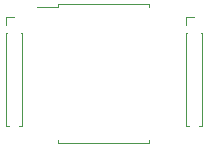
<source format=gbr>
%TF.GenerationSoftware,KiCad,Pcbnew,(5.1.9)-1*%
%TF.CreationDate,2021-09-05T15:15:44+02:00*%
%TF.ProjectId,SO-18-WIDE,534f2d31-382d-4574-9944-452e6b696361,rev?*%
%TF.SameCoordinates,Original*%
%TF.FileFunction,Legend,Top*%
%TF.FilePolarity,Positive*%
%FSLAX46Y46*%
G04 Gerber Fmt 4.6, Leading zero omitted, Abs format (unit mm)*
G04 Created by KiCad (PCBNEW (5.1.9)-1) date 2021-09-05 15:15:44*
%MOMM*%
%LPD*%
G01*
G04 APERTURE LIST*
%ADD10C,0.120000*%
G04 APERTURE END LIST*
D10*
%TO.C,REF\u002A\u002A*%
X139005000Y-78055000D02*
X139700000Y-78055000D01*
X139005000Y-78740000D02*
X139005000Y-78055000D01*
X140308276Y-79425000D02*
X140395000Y-79425000D01*
X139005000Y-79425000D02*
X139091724Y-79425000D01*
X140395000Y-79425000D02*
X140395000Y-87300000D01*
X139005000Y-79425000D02*
X139005000Y-87300000D01*
X140094493Y-87300000D02*
X140395000Y-87300000D01*
X139005000Y-87300000D02*
X139305507Y-87300000D01*
X123765000Y-78055000D02*
X124460000Y-78055000D01*
X123765000Y-78740000D02*
X123765000Y-78055000D01*
X125068276Y-79425000D02*
X125155000Y-79425000D01*
X123765000Y-79425000D02*
X123851724Y-79425000D01*
X125155000Y-79425000D02*
X125155000Y-87300000D01*
X123765000Y-79425000D02*
X123765000Y-87300000D01*
X124854493Y-87300000D02*
X125155000Y-87300000D01*
X123765000Y-87300000D02*
X124065507Y-87300000D01*
X128220000Y-77164000D02*
X126405000Y-77164000D01*
X128220000Y-76919000D02*
X128220000Y-77164000D01*
X132080000Y-76919000D02*
X128220000Y-76919000D01*
X135940000Y-76919000D02*
X135940000Y-77164000D01*
X132080000Y-76919000D02*
X135940000Y-76919000D01*
X128220000Y-88689000D02*
X128220000Y-88444000D01*
X132080000Y-88689000D02*
X128220000Y-88689000D01*
X135940000Y-88689000D02*
X135940000Y-88444000D01*
X132080000Y-88689000D02*
X135940000Y-88689000D01*
%TD*%
M02*

</source>
